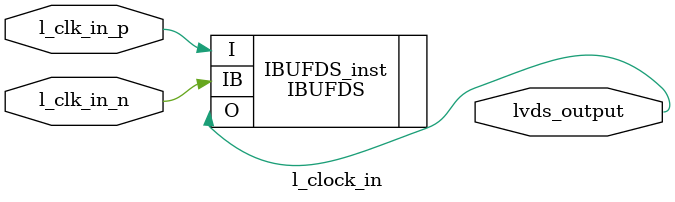
<source format=v>
`timescale 1ns / 1ps


module l_clock_in(
    input wire l_clk_in_p,    // Positive LVDS clock output
    input wire l_clk_in_n,     // Negative LVDS clock output
    output wire lvds_output
    );
    
IBUFDS #(
   .DIFF_TERM("TRUE"),       // Differential Termination
   .IBUF_LOW_PWR("TRUE"),     // Low power="TRUE", Highest performance="FALSE"
   .IOSTANDARD("LVDS_25")     // Specify the output I/O standard  LVDS_25
) IBUFDS_inst (
   .O(lvds_output),  // Buffer output
   .I(l_clk_in_p),  // Diff_p buffer input (connect directly to top-level port)
   .IB(l_clk_in_n) // Diff_n buffer input (connect directly to top-level port)
);
    
    
endmodule

</source>
